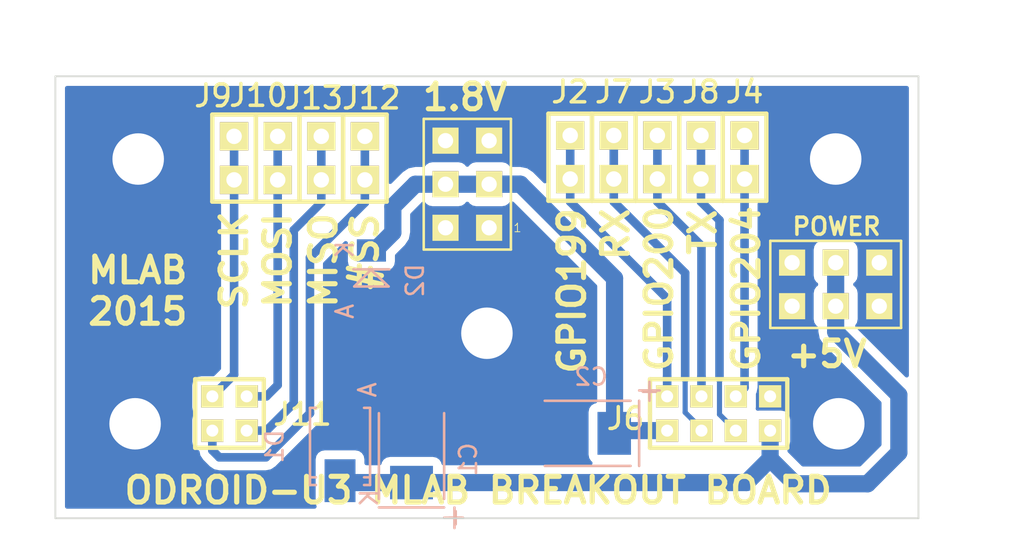
<source format=kicad_pcb>
(kicad_pcb (version 4) (host pcbnew 0.201503110816+5502~22~ubuntu14.10.1-product)

  (general
    (links 43)
    (no_connects 0)
    (area 104.4448 30.8356 164.109401 63.017401)
    (thickness 1.6)
    (drawings 18)
    (tracks 76)
    (zones 0)
    (modules 22)
    (nets 13)
  )

  (page A4)
  (layers
    (0 F.Cu signal)
    (31 B.Cu signal)
    (32 B.Adhes user)
    (33 F.Adhes user)
    (34 B.Paste user)
    (35 F.Paste user)
    (36 B.SilkS user)
    (37 F.SilkS user)
    (38 B.Mask user)
    (39 F.Mask user)
    (40 Dwgs.User user)
    (41 Cmts.User user)
    (42 Eco1.User user)
    (43 Eco2.User user)
    (44 Edge.Cuts user)
    (45 Margin user)
    (46 B.CrtYd user)
    (47 F.CrtYd user)
    (48 B.Fab user)
    (49 F.Fab user)
  )

  (setup
    (last_trace_width 0.3)
    (user_trace_width 0.2)
    (user_trace_width 0.3)
    (user_trace_width 0.4)
    (user_trace_width 0.5)
    (user_trace_width 0.6)
    (user_trace_width 0.8)
    (user_trace_width 1)
    (trace_clearance 0.15)
    (zone_clearance 0.508)
    (zone_45_only no)
    (trace_min 0.2)
    (segment_width 0.2)
    (edge_width 0.1)
    (via_size 0.889)
    (via_drill 0.635)
    (via_min_size 0.889)
    (via_min_drill 0.508)
    (uvia_size 0.508)
    (uvia_drill 0.127)
    (uvias_allowed no)
    (uvia_min_size 0.508)
    (uvia_min_drill 0.127)
    (pcb_text_width 0.3)
    (pcb_text_size 1.5 1.5)
    (mod_edge_width 0.15)
    (mod_text_size 1 1)
    (mod_text_width 0.15)
    (pad_size 4 4)
    (pad_drill 3)
    (pad_to_mask_clearance 0)
    (aux_axis_origin 102.3366 65.7098)
    (grid_origin 102.3366 65.7098)
    (visible_elements 7FFFFF7F)
    (pcbplotparams
      (layerselection 0x01060_80000000)
      (usegerberextensions false)
      (excludeedgelayer true)
      (linewidth 0.100000)
      (plotframeref false)
      (viasonmask false)
      (mode 1)
      (useauxorigin false)
      (hpglpennumber 1)
      (hpglpenspeed 20)
      (hpglpendiameter 15)
      (hpglpenoverlay 2)
      (psnegative false)
      (psa4output false)
      (plotreference true)
      (plotvalue true)
      (plotinvisibletext false)
      (padsonsilk false)
      (subtractmaskfromsilk false)
      (outputformat 1)
      (mirror false)
      (drillshape 0)
      (scaleselection 1)
      (outputdirectory ../CAM_PROFI/))
  )

  (net 0 "")
  (net 1 GND)
  (net 2 +5V)
  (net 3 +1.8V)
  (net 4 /GPIO199)
  (net 5 /GPIO200)
  (net 6 /GPIO204)
  (net 7 /UART_TX)
  (net 8 /UART_RX)
  (net 9 /SCLK)
  (net 10 /MISO)
  (net 11 "Net-(J10-Pad1)")
  (net 12 "Net-(J11-Pad3)")

  (net_class Default "Toto je výchozí třída sítě."
    (clearance 0.15)
    (trace_width 0.3)
    (via_dia 0.889)
    (via_drill 0.635)
    (uvia_dia 0.508)
    (uvia_drill 0.127)
    (add_net /GPIO199)
    (add_net /GPIO200)
    (add_net /GPIO204)
    (add_net /MISO)
    (add_net /SCLK)
    (add_net /UART_RX)
    (add_net /UART_TX)
    (add_net "Net-(J10-Pad1)")
    (add_net "Net-(J11-Pad3)")
  )

  (net_class Power ""
    (clearance 0.3)
    (trace_width 0.5)
    (via_dia 0.889)
    (via_drill 0.635)
    (uvia_dia 0.508)
    (uvia_drill 0.127)
    (add_net +1.8V)
    (add_net +5V)
    (add_net GND)
  )

  (module MLAB_hreb:2mm_Pin_Header_Straight_2x04 (layer F.Cu) (tedit 55007440) (tstamp 55015AF1)
    (at 146.3166 54.9498 90)
    (descr "1 pin")
    (tags "CONN DEV")
    (path /5485F8D0)
    (fp_text reference J6 (at -0.2952 -5.4228 180) (layer F.SilkS)
      (effects (font (size 1.27 1.27) (thickness 0.2032)))
    )
    (fp_text value IOS_PORT_#1 (at 0 5.334 90) (layer F.SilkS) hide
      (effects (font (size 1.27 1.27) (thickness 0.2032)))
    )
    (fp_line (start -2 -4) (end 0 -4) (layer F.SilkS) (width 0.254))
    (fp_line (start 0 4) (end 2 4) (layer F.SilkS) (width 0.254))
    (fp_line (start 2 4) (end 2 -4) (layer F.SilkS) (width 0.254))
    (fp_line (start 0 -4) (end 2 -4) (layer F.SilkS) (width 0.254))
    (fp_line (start -2 4) (end -2 -4) (layer F.SilkS) (width 0.254))
    (fp_line (start -2 4) (end 0 4) (layer F.SilkS) (width 0.254))
    (pad 1 thru_hole rect (at -1 -3 90) (size 1.3 1.3) (drill 0.7) (layers *.Cu *.Mask F.SilkS)
      (net 3 +1.8V))
    (pad 2 thru_hole rect (at 1 -3 90) (size 1.3 1.3) (drill 0.7) (layers *.Cu *.Mask F.SilkS)
      (net 4 /GPIO199))
    (pad 3 thru_hole rect (at -1 -1 90) (size 1.3 1.3) (drill 0.7) (layers *.Cu *.Mask F.SilkS)
      (net 8 /UART_RX))
    (pad 4 thru_hole rect (at 1 -1 90) (size 1.3 1.3) (drill 0.7) (layers *.Cu *.Mask F.SilkS)
      (net 5 /GPIO200))
    (pad 5 thru_hole rect (at -1 1 90) (size 1.3 1.3) (drill 0.7) (layers *.Cu *.Mask F.SilkS)
      (net 7 /UART_TX))
    (pad 6 thru_hole rect (at 1 1 90) (size 1.3 1.3) (drill 0.7) (layers *.Cu *.Mask F.SilkS)
      (net 6 /GPIO204))
    (pad 7 thru_hole rect (at -1 3 90) (size 1.3 1.3) (drill 0.7) (layers *.Cu *.Mask F.SilkS)
      (net 2 +5V))
    (pad 8 thru_hole rect (at 1 3 90) (size 1.3 1.3) (drill 0.7) (layers *.Cu *.Mask F.SilkS)
      (net 1 GND))
    (model Pin_Headers/Pin_Header_Straight_2x04.wrl
      (at (xyz 0 0 0))
      (scale (xyz 0.7874 0.7874 0.7874))
      (rotate (xyz 0 0 90))
    )
  )

  (module Capacitors_Tantalum_SMD:TantalC_SizeB_EIA-3528_Reflow (layer B.Cu) (tedit 55005C2F) (tstamp 5500FA8F)
    (at 138.684 56.1086 180)
    (descr "Tantal Cap. , Size B, EIA-3528, Reflow,")
    (tags "Tantal Cap. , Size B, EIA-3528, Reflow,")
    (path /548601CE)
    (attr smd)
    (fp_text reference C2 (at -0.20066 3.29946 180) (layer B.SilkS)
      (effects (font (size 1 1) (thickness 0.15)) (justify mirror))
    )
    (fp_text value 10uF (at -0.09906 -3.59918 180) (layer B.SilkS) hide
      (effects (font (size 1 1) (thickness 0.15)) (justify mirror))
    )
    (fp_text user + (at -3.59918 2.49936 180) (layer B.SilkS)
      (effects (font (size 1 1) (thickness 0.15)) (justify mirror))
    )
    (fp_line (start -2.99974 1.89992) (end -2.99974 -1.89992) (layer B.SilkS) (width 0.15))
    (fp_line (start 2.49936 1.89992) (end -2.49936 1.89992) (layer B.SilkS) (width 0.15))
    (fp_line (start 2.49682 -1.89992) (end -2.5019 -1.89992) (layer B.SilkS) (width 0.15))
    (fp_line (start -3.60172 3.00228) (end -3.60172 1.90246) (layer B.SilkS) (width 0.15))
    (fp_line (start -4.20116 2.5019) (end -3.00228 2.5019) (layer B.SilkS) (width 0.15))
    (pad 2 smd rect (at 1.5494 0 180) (size 1.95072 2.49936) (layers B.Cu B.Paste B.Mask)
      (net 1 GND))
    (pad 1 smd rect (at -1.5494 0 180) (size 1.95072 2.49936) (layers B.Cu B.Paste B.Mask)
      (net 3 +1.8V))
    (model Capacitors_Tantalum_SMD/TantalC_SizeB_EIA-3528_Reflow.wrl
      (at (xyz 0 0 0))
      (scale (xyz 1 1 1))
      (rotate (xyz 0 0 180))
    )
  )

  (module MLAB_hreb:Pin_Header_Straight_2x01 placed (layer F.Cu) (tedit 5472F1F7) (tstamp 54896E7D)
    (at 137.668 40.005)
    (descr "1 pin")
    (tags "CONN DEV")
    (path /5486108C)
    (fp_text reference J2 (at 0 -3.81) (layer F.SilkS)
      (effects (font (size 1.27 1.27) (thickness 0.2032)))
    )
    (fp_text value GPIO199 (at 0 0) (layer F.SilkS) hide
      (effects (font (size 1.27 1.27) (thickness 0.2032)))
    )
    (fp_line (start -1.27 -2.54) (end 1.27 -2.54) (layer F.SilkS) (width 0.254))
    (fp_line (start 1.27 -2.54) (end 1.27 2.54) (layer F.SilkS) (width 0.254))
    (fp_line (start 1.27 2.54) (end -1.27 2.54) (layer F.SilkS) (width 0.254))
    (fp_line (start -1.27 2.54) (end -1.27 -2.54) (layer F.SilkS) (width 0.254))
    (pad 2 thru_hole rect (at 0 1.27) (size 1.651 1.651) (drill 0.9) (layers *.Cu *.Mask F.SilkS)
      (net 4 /GPIO199))
    (pad 1 thru_hole rect (at 0 -1.27) (size 1.651 1.651) (drill 0.9) (layers *.Cu *.Mask F.SilkS)
      (net 4 /GPIO199))
    (model Pin_Headers/Pin_Header_Straight_2x01.wrl
      (at (xyz 0 0 0))
      (scale (xyz 1 1 1))
      (rotate (xyz 0 0 0))
    )
  )

  (module MLAB_hreb:Pin_Header_Straight_2x01 placed (layer F.Cu) (tedit 5472F1F7) (tstamp 54896E93)
    (at 142.748 40.005)
    (descr "1 pin")
    (tags "CONN DEV")
    (path /54861113)
    (fp_text reference J3 (at 0 -3.81) (layer F.SilkS)
      (effects (font (size 1.27 1.27) (thickness 0.2032)))
    )
    (fp_text value GPIO200 (at 0 0) (layer F.SilkS) hide
      (effects (font (size 1.27 1.27) (thickness 0.2032)))
    )
    (fp_line (start -1.27 -2.54) (end 1.27 -2.54) (layer F.SilkS) (width 0.254))
    (fp_line (start 1.27 -2.54) (end 1.27 2.54) (layer F.SilkS) (width 0.254))
    (fp_line (start 1.27 2.54) (end -1.27 2.54) (layer F.SilkS) (width 0.254))
    (fp_line (start -1.27 2.54) (end -1.27 -2.54) (layer F.SilkS) (width 0.254))
    (pad 2 thru_hole rect (at 0 1.27) (size 1.651 1.651) (drill 0.9) (layers *.Cu *.Mask F.SilkS)
      (net 5 /GPIO200))
    (pad 1 thru_hole rect (at 0 -1.27) (size 1.651 1.651) (drill 0.9) (layers *.Cu *.Mask F.SilkS)
      (net 5 /GPIO200))
    (model Pin_Headers/Pin_Header_Straight_2x01.wrl
      (at (xyz 0 0 0))
      (scale (xyz 1 1 1))
      (rotate (xyz 0 0 0))
    )
  )

  (module MLAB_hreb:Pin_Header_Straight_2x01 placed (layer F.Cu) (tedit 5472F1F7) (tstamp 54896E88)
    (at 147.828 40.005)
    (descr "1 pin")
    (tags "CONN DEV")
    (path /54861163)
    (fp_text reference J4 (at 0 -3.81) (layer F.SilkS)
      (effects (font (size 1.27 1.27) (thickness 0.2032)))
    )
    (fp_text value GPIO204 (at 0 0) (layer F.SilkS) hide
      (effects (font (size 1.27 1.27) (thickness 0.2032)))
    )
    (fp_line (start -1.27 -2.54) (end 1.27 -2.54) (layer F.SilkS) (width 0.254))
    (fp_line (start 1.27 -2.54) (end 1.27 2.54) (layer F.SilkS) (width 0.254))
    (fp_line (start 1.27 2.54) (end -1.27 2.54) (layer F.SilkS) (width 0.254))
    (fp_line (start -1.27 2.54) (end -1.27 -2.54) (layer F.SilkS) (width 0.254))
    (pad 2 thru_hole rect (at 0 1.27) (size 1.651 1.651) (drill 0.9) (layers *.Cu *.Mask F.SilkS)
      (net 6 /GPIO204))
    (pad 1 thru_hole rect (at 0 -1.27) (size 1.651 1.651) (drill 0.9) (layers *.Cu *.Mask F.SilkS)
      (net 6 /GPIO204))
    (model Pin_Headers/Pin_Header_Straight_2x01.wrl
      (at (xyz 0 0 0))
      (scale (xyz 1 1 1))
      (rotate (xyz 0 0 0))
    )
  )

  (module MLAB_hreb:Pin_Header_Straight_2x01 placed (layer F.Cu) (tedit 5472F1F7) (tstamp 54896E72)
    (at 140.208 40.005)
    (descr "1 pin")
    (tags "CONN DEV")
    (path /54861315)
    (fp_text reference J7 (at 0 -3.81) (layer F.SilkS)
      (effects (font (size 1.27 1.27) (thickness 0.2032)))
    )
    (fp_text value UART_RX (at 0 0) (layer F.SilkS) hide
      (effects (font (size 1.27 1.27) (thickness 0.2032)))
    )
    (fp_line (start -1.27 -2.54) (end 1.27 -2.54) (layer F.SilkS) (width 0.254))
    (fp_line (start 1.27 -2.54) (end 1.27 2.54) (layer F.SilkS) (width 0.254))
    (fp_line (start 1.27 2.54) (end -1.27 2.54) (layer F.SilkS) (width 0.254))
    (fp_line (start -1.27 2.54) (end -1.27 -2.54) (layer F.SilkS) (width 0.254))
    (pad 2 thru_hole rect (at 0 1.27) (size 1.651 1.651) (drill 0.9) (layers *.Cu *.Mask F.SilkS)
      (net 8 /UART_RX))
    (pad 1 thru_hole rect (at 0 -1.27) (size 1.651 1.651) (drill 0.9) (layers *.Cu *.Mask F.SilkS)
      (net 8 /UART_RX))
    (model Pin_Headers/Pin_Header_Straight_2x01.wrl
      (at (xyz 0 0 0))
      (scale (xyz 1 1 1))
      (rotate (xyz 0 0 0))
    )
  )

  (module MLAB_hreb:Pin_Header_Straight_2x01 placed (layer F.Cu) (tedit 5472F1F7) (tstamp 54874B71)
    (at 145.288 40.005)
    (descr "1 pin")
    (tags "CONN DEV")
    (path /5486130F)
    (fp_text reference J8 (at 0 -3.81) (layer F.SilkS)
      (effects (font (size 1.27 1.27) (thickness 0.2032)))
    )
    (fp_text value UART_TX (at 0 0) (layer F.SilkS) hide
      (effects (font (size 1.27 1.27) (thickness 0.2032)))
    )
    (fp_line (start -1.27 -2.54) (end 1.27 -2.54) (layer F.SilkS) (width 0.254))
    (fp_line (start 1.27 -2.54) (end 1.27 2.54) (layer F.SilkS) (width 0.254))
    (fp_line (start 1.27 2.54) (end -1.27 2.54) (layer F.SilkS) (width 0.254))
    (fp_line (start -1.27 2.54) (end -1.27 -2.54) (layer F.SilkS) (width 0.254))
    (pad 2 thru_hole rect (at 0 1.27) (size 1.651 1.651) (drill 0.9) (layers *.Cu *.Mask F.SilkS)
      (net 7 /UART_TX))
    (pad 1 thru_hole rect (at 0 -1.27) (size 1.651 1.651) (drill 0.9) (layers *.Cu *.Mask F.SilkS)
      (net 7 /UART_TX))
    (model Pin_Headers/Pin_Header_Straight_2x01.wrl
      (at (xyz 0 0 0))
      (scale (xyz 1 1 1))
      (rotate (xyz 0 0 0))
    )
  )

  (module MLAB_hreb:Pin_Header_Straight_2x01 placed (layer F.Cu) (tedit 55007496) (tstamp 54874ADA)
    (at 118.0846 40.0558)
    (descr "1 pin")
    (tags "CONN DEV")
    (path /5486082B)
    (fp_text reference J9 (at -1.2192 -3.6322) (layer F.SilkS)
      (effects (font (size 1.27 1.27) (thickness 0.2032)))
    )
    (fp_text value SCLK (at 0 0) (layer F.SilkS) hide
      (effects (font (size 1.27 1.27) (thickness 0.2032)))
    )
    (fp_line (start -1.27 -2.54) (end 1.27 -2.54) (layer F.SilkS) (width 0.254))
    (fp_line (start 1.27 -2.54) (end 1.27 2.54) (layer F.SilkS) (width 0.254))
    (fp_line (start 1.27 2.54) (end -1.27 2.54) (layer F.SilkS) (width 0.254))
    (fp_line (start -1.27 2.54) (end -1.27 -2.54) (layer F.SilkS) (width 0.254))
    (pad 2 thru_hole rect (at 0 1.27) (size 1.651 1.651) (drill 0.9) (layers *.Cu *.Mask F.SilkS)
      (net 9 /SCLK))
    (pad 1 thru_hole rect (at 0 -1.27) (size 1.651 1.651) (drill 0.9) (layers *.Cu *.Mask F.SilkS)
      (net 9 /SCLK))
    (model Pin_Headers/Pin_Header_Straight_2x01.wrl
      (at (xyz 0 0 0))
      (scale (xyz 1 1 1))
      (rotate (xyz 0 0 0))
    )
  )

  (module MLAB_hreb:Pin_Header_Straight_2x01 placed (layer F.Cu) (tedit 550074A7) (tstamp 54871250)
    (at 120.6246 40.0558)
    (descr "1 pin")
    (tags "CONN DEV")
    (path /54860825)
    (fp_text reference J10 (at -1.1176 -3.6576) (layer F.SilkS)
      (effects (font (size 1.27 1.27) (thickness 0.2032)))
    )
    (fp_text value MOSI (at 0 0) (layer F.SilkS) hide
      (effects (font (size 1.27 1.27) (thickness 0.2032)))
    )
    (fp_line (start -1.27 -2.54) (end 1.27 -2.54) (layer F.SilkS) (width 0.254))
    (fp_line (start 1.27 -2.54) (end 1.27 2.54) (layer F.SilkS) (width 0.254))
    (fp_line (start 1.27 2.54) (end -1.27 2.54) (layer F.SilkS) (width 0.254))
    (fp_line (start -1.27 2.54) (end -1.27 -2.54) (layer F.SilkS) (width 0.254))
    (pad 2 thru_hole rect (at 0 1.27) (size 1.651 1.651) (drill 0.9) (layers *.Cu *.Mask F.SilkS)
      (net 11 "Net-(J10-Pad1)"))
    (pad 1 thru_hole rect (at 0 -1.27) (size 1.651 1.651) (drill 0.9) (layers *.Cu *.Mask F.SilkS)
      (net 11 "Net-(J10-Pad1)"))
    (model Pin_Headers/Pin_Header_Straight_2x01.wrl
      (at (xyz 0 0 0))
      (scale (xyz 1 1 1))
      (rotate (xyz 0 0 0))
    )
  )

  (module MLAB_hreb:2mm_Pin_Header_Straight_2x02 (layer F.Cu) (tedit 550074DF) (tstamp 5487125E)
    (at 117.8166 54.9498)
    (descr "1 pin")
    (tags "CONN DEV")
    (path /5485F97F)
    (fp_text reference J11 (at 4.2558 0.0412) (layer F.SilkS)
      (effects (font (size 1.27 1.27) (thickness 0.2032)))
    )
    (fp_text value IO_PORT_#2 (at 0 3.302) (layer F.SilkS) hide
      (effects (font (size 1.27 1.27) (thickness 0.2032)))
    )
    (fp_line (start -2 -2) (end 0 -2) (layer F.SilkS) (width 0.254))
    (fp_line (start 0 2) (end 2 2) (layer F.SilkS) (width 0.254))
    (fp_line (start 2 2) (end 2 -2) (layer F.SilkS) (width 0.254))
    (fp_line (start 0 -2) (end 2 -2) (layer F.SilkS) (width 0.254))
    (fp_line (start -2 2) (end -2 -2) (layer F.SilkS) (width 0.254))
    (fp_line (start -2 2) (end 0 2) (layer F.SilkS) (width 0.254))
    (pad 1 thru_hole rect (at -1 -1) (size 1.3 1.3) (drill 0.7) (layers *.Cu *.Mask F.SilkS)
      (net 9 /SCLK))
    (pad 2 thru_hole rect (at 1 -1) (size 1.3 1.3) (drill 0.7) (layers *.Cu *.Mask F.SilkS)
      (net 11 "Net-(J10-Pad1)"))
    (pad 3 thru_hole rect (at -1 1) (size 1.3 1.3) (drill 0.7) (layers *.Cu *.Mask F.SilkS)
      (net 12 "Net-(J11-Pad3)"))
    (pad 4 thru_hole rect (at 1 1) (size 1.3 1.3) (drill 0.7) (layers *.Cu *.Mask F.SilkS)
      (net 10 /MISO))
    (model Pin_Headers/Pin_Header_Straight_2x02.wrl
      (at (xyz 0 0 0))
      (scale (xyz 0.7874 0.7874 0.7874))
      (rotate (xyz 0 0 0))
    )
  )

  (module MLAB_hreb:Pin_Header_Straight_2x01 placed (layer F.Cu) (tedit 550074AC) (tstamp 54871268)
    (at 125.7046 40.0558)
    (descr "1 pin")
    (tags "CONN DEV")
    (path /54860610)
    (fp_text reference J12 (at 0.381 -3.5052) (layer F.SilkS)
      (effects (font (size 1.27 1.27) (thickness 0.2032)))
    )
    (fp_text value "#SS" (at 0 0) (layer F.SilkS) hide
      (effects (font (size 1.27 1.27) (thickness 0.2032)))
    )
    (fp_line (start -1.27 -2.54) (end 1.27 -2.54) (layer F.SilkS) (width 0.254))
    (fp_line (start 1.27 -2.54) (end 1.27 2.54) (layer F.SilkS) (width 0.254))
    (fp_line (start 1.27 2.54) (end -1.27 2.54) (layer F.SilkS) (width 0.254))
    (fp_line (start -1.27 2.54) (end -1.27 -2.54) (layer F.SilkS) (width 0.254))
    (pad 2 thru_hole rect (at 0 1.27) (size 1.651 1.651) (drill 0.9) (layers *.Cu *.Mask F.SilkS)
      (net 12 "Net-(J11-Pad3)"))
    (pad 1 thru_hole rect (at 0 -1.27) (size 1.651 1.651) (drill 0.9) (layers *.Cu *.Mask F.SilkS)
      (net 12 "Net-(J11-Pad3)"))
    (model Pin_Headers/Pin_Header_Straight_2x01.wrl
      (at (xyz 0 0 0))
      (scale (xyz 1 1 1))
      (rotate (xyz 0 0 0))
    )
  )

  (module MLAB_hreb:Pin_Header_Straight_2x01 placed (layer F.Cu) (tedit 550074AA) (tstamp 54871272)
    (at 123.1646 40.0558)
    (descr "1 pin")
    (tags "CONN DEV")
    (path /54860710)
    (fp_text reference J13 (at -0.4318 -3.5052) (layer F.SilkS)
      (effects (font (size 1.27 1.27) (thickness 0.2032)))
    )
    (fp_text value MISO (at 0 0) (layer F.SilkS) hide
      (effects (font (size 1.27 1.27) (thickness 0.2032)))
    )
    (fp_line (start -1.27 -2.54) (end 1.27 -2.54) (layer F.SilkS) (width 0.254))
    (fp_line (start 1.27 -2.54) (end 1.27 2.54) (layer F.SilkS) (width 0.254))
    (fp_line (start 1.27 2.54) (end -1.27 2.54) (layer F.SilkS) (width 0.254))
    (fp_line (start -1.27 2.54) (end -1.27 -2.54) (layer F.SilkS) (width 0.254))
    (pad 2 thru_hole rect (at 0 1.27) (size 1.651 1.651) (drill 0.9) (layers *.Cu *.Mask F.SilkS)
      (net 10 /MISO))
    (pad 1 thru_hole rect (at 0 -1.27) (size 1.651 1.651) (drill 0.9) (layers *.Cu *.Mask F.SilkS)
      (net 10 /MISO))
    (model Pin_Headers/Pin_Header_Straight_2x01.wrl
      (at (xyz 0 0 0))
      (scale (xyz 1 1 1))
      (rotate (xyz 0 0 0))
    )
  )

  (module MLAB_dira:MountingHole_3mm placed (layer F.Cu) (tedit 55007470) (tstamp 54871277)
    (at 153.1366 40.1098)
    (descr "Mounting hole, Befestigungsbohrung, 3mm, No Annular, Kein Restring,")
    (tags "Mounting hole, Befestigungsbohrung, 3mm, No Annular, Kein Restring,")
    (path /54862BF8)
    (fp_text reference J14 (at 0 0) (layer F.SilkS) hide
      (effects (font (thickness 0.15)))
    )
    (fp_text value M3 (at 1 5) (layer F.SilkS) hide
      (effects (font (thickness 0.15)))
    )
    (fp_circle (center 0 0) (end 2 0) (layer Cmts.User) (width 0.15))
    (pad 1 thru_hole circle (at 0 0) (size 6 6) (drill 3) (layers *.Cu *.Adhes *.Mask)
      (net 1 GND) (clearance 1) (zone_connect 2))
  )

  (module MLAB_dira:MountingHole_3mm placed (layer F.Cu) (tedit 5500745C) (tstamp 5487127C)
    (at 112.4966 40.1098)
    (descr "Mounting hole, Befestigungsbohrung, 3mm, No Annular, Kein Restring,")
    (tags "Mounting hole, Befestigungsbohrung, 3mm, No Annular, Kein Restring,")
    (path /54862A8F)
    (fp_text reference J15 (at 0 0) (layer F.SilkS) hide
      (effects (font (thickness 0.15)))
    )
    (fp_text value M3 (at 1 5) (layer F.SilkS) hide
      (effects (font (thickness 0.15)))
    )
    (fp_circle (center 0 0) (end 2 0) (layer Cmts.User) (width 0.15))
    (pad 1 thru_hole circle (at 0 0) (size 6 6) (drill 3) (layers *.Cu *.Adhes *.Mask)
      (net 1 GND) (clearance 1) (zone_connect 2))
  )

  (module MLAB_dira:MountingHole_3mm placed (layer F.Cu) (tedit 55007468) (tstamp 54871281)
    (at 153.3166 55.5498)
    (descr "Mounting hole, Befestigungsbohrung, 3mm, No Annular, Kein Restring,")
    (tags "Mounting hole, Befestigungsbohrung, 3mm, No Annular, Kein Restring,")
    (path /54862E35)
    (fp_text reference J16 (at 0 0) (layer F.SilkS) hide
      (effects (font (thickness 0.15)))
    )
    (fp_text value M3 (at 1 5) (layer F.SilkS) hide
      (effects (font (thickness 0.15)))
    )
    (fp_circle (center 0 0) (end 2 0) (layer Cmts.User) (width 0.15))
    (pad 1 thru_hole circle (at 0 0) (size 4 4) (drill 3) (layers *.Cu *.Adhes *.Mask)
      (net 1 GND) (clearance 1) (zone_connect 2))
  )

  (module MLAB_dira:MountingHole_3mm placed (layer F.Cu) (tedit 55007453) (tstamp 54871286)
    (at 112.3166 55.5498)
    (descr "Mounting hole, Befestigungsbohrung, 3mm, No Annular, Kein Restring,")
    (tags "Mounting hole, Befestigungsbohrung, 3mm, No Annular, Kein Restring,")
    (path /54862E8B)
    (fp_text reference J17 (at 0 0) (layer F.SilkS) hide
      (effects (font (thickness 0.15)))
    )
    (fp_text value M3 (at 1 5) (layer F.SilkS) hide
      (effects (font (thickness 0.15)))
    )
    (fp_circle (center 0 0) (end 2 0) (layer Cmts.User) (width 0.15))
    (pad 1 thru_hole circle (at 0 0) (size 4 4) (drill 3) (layers *.Cu *.Adhes *.Mask)
      (net 1 GND) (clearance 1) (zone_connect 2))
  )

  (module MLAB_dira:MountingHole_3mm placed (layer F.Cu) (tedit 5500748A) (tstamp 5487128B)
    (at 132.8166 50.2698)
    (descr "Mounting hole, Befestigungsbohrung, 3mm, No Annular, Kein Restring,")
    (tags "Mounting hole, Befestigungsbohrung, 3mm, No Annular, Kein Restring,")
    (path /54862E2F)
    (fp_text reference J18 (at 0 0) (layer F.SilkS) hide
      (effects (font (thickness 0.15)))
    )
    (fp_text value M3 (at 1 5) (layer F.SilkS) hide
      (effects (font (thickness 0.15)))
    )
    (fp_circle (center 0 0) (end 2 0) (layer Cmts.User) (width 0.15))
    (pad 1 thru_hole circle (at 0 0) (size 6 6) (drill 3) (layers *.Cu *.Adhes *.Mask)
      (net 1 GND) (clearance 1) (zone_connect 2))
  )

  (module Diodes_SMD:Diode-SMA_Standard (layer B.Cu) (tedit 5403E41A) (tstamp 5500F136)
    (at 124.2568 56.8706 270)
    (descr "Diode SMA")
    (tags "Diode SMA")
    (path /5485FEF7)
    (attr smd)
    (fp_text reference D1 (at 0 3.81 270) (layer B.SilkS)
      (effects (font (size 1 1) (thickness 0.15)) (justify mirror))
    )
    (fp_text value BAS85 (at 0 -3.81 270) (layer B.SilkS) hide
      (effects (font (size 1 1) (thickness 0.15)) (justify mirror))
    )
    (fp_text user A (at -3.29946 -1.6002 270) (layer B.SilkS)
      (effects (font (size 1 1) (thickness 0.15)) (justify mirror))
    )
    (fp_text user K (at 2.99974 -1.69926 270) (layer B.SilkS)
      (effects (font (size 1 1) (thickness 0.15)) (justify mirror))
    )
    (fp_circle (center 0 0) (end 0.20066 0.0508) (layer B.Adhes) (width 0.381))
    (fp_line (start 1.80086 -1.75006) (end 1.80086 -1.39954) (layer B.SilkS) (width 0.15))
    (fp_line (start 1.80086 1.75006) (end 1.80086 1.39954) (layer B.SilkS) (width 0.15))
    (fp_line (start 2.25044 -1.75006) (end 2.25044 -1.39954) (layer B.SilkS) (width 0.15))
    (fp_line (start -2.25044 -1.75006) (end -2.25044 -1.39954) (layer B.SilkS) (width 0.15))
    (fp_line (start -2.25044 1.75006) (end -2.25044 1.39954) (layer B.SilkS) (width 0.15))
    (fp_line (start 2.25044 1.75006) (end 2.25044 1.39954) (layer B.SilkS) (width 0.15))
    (fp_line (start -2.25044 -1.75006) (end 2.25044 -1.75006) (layer B.SilkS) (width 0.15))
    (fp_line (start -2.25044 1.75006) (end 2.25044 1.75006) (layer B.SilkS) (width 0.15))
    (pad 1 smd rect (at -1.99898 0 270) (size 2.49936 1.80086) (layers B.Cu B.Paste B.Mask)
      (net 1 GND))
    (pad 2 smd rect (at 1.99898 0 270) (size 2.49936 1.80086) (layers B.Cu B.Paste B.Mask)
      (net 2 +5V))
    (model Diodes_SMD/Diode-SMA_Standard.wrl
      (at (xyz 0 0 0))
      (scale (xyz 0.3937 0.3937 0.3937))
      (rotate (xyz 0 0 0))
    )
  )

  (module Diodes_SMD:Diode-MiniMELF_Standard (layer B.Cu) (tedit 55005B0E) (tstamp 55015ACE)
    (at 126.0856 47.1932 90)
    (descr "Diode Mini-MELF Standard")
    (tags "Diode Mini-MELF Standard")
    (path /548601BC)
    (attr smd)
    (fp_text reference D2 (at 0 2.54 90) (layer B.SilkS)
      (effects (font (size 1 1) (thickness 0.15)) (justify mirror))
    )
    (fp_text value BAS85 (at 0 -3.81 90) (layer B.SilkS) hide
      (effects (font (size 1 1) (thickness 0.15)) (justify mirror))
    )
    (fp_line (start 0.65024 -0.0508) (end -0.35052 1.00076) (layer B.SilkS) (width 0.15))
    (fp_line (start -0.35052 1.00076) (end -0.35052 -1.00076) (layer B.SilkS) (width 0.15))
    (fp_line (start -0.35052 -1.00076) (end 0.65024 0) (layer B.SilkS) (width 0.15))
    (fp_line (start 0.65024 1.04902) (end 0.65024 -1.04902) (layer B.SilkS) (width 0.15))
    (fp_text user A (at -1.80086 -1.5494 90) (layer B.SilkS)
      (effects (font (size 1 1) (thickness 0.15)) (justify mirror))
    )
    (fp_text user K (at 1.80086 -1.5494 90) (layer B.SilkS)
      (effects (font (size 1 1) (thickness 0.15)) (justify mirror))
    )
    (fp_circle (center 0 0) (end 0 -0.55118) (layer B.Adhes) (width 0.381))
    (fp_circle (center 0 0) (end 0 -0.20066) (layer B.Adhes) (width 0.381))
    (pad 1 smd rect (at -1.75006 0 90) (size 1.30048 1.69926) (layers B.Cu B.Paste B.Mask)
      (net 1 GND))
    (pad 2 smd rect (at 1.75006 0 90) (size 1.30048 1.69926) (layers B.Cu B.Paste B.Mask)
      (net 3 +1.8V))
    (model Diodes_SMD/Diode-MiniMELF_Standard.wrl
      (at (xyz 0 0 0))
      (scale (xyz 0.3937 0.3937 0.3937))
      (rotate (xyz 0 0 0))
    )
  )

  (module Capacitors_Tantalum_SMD:TantalC_SizeB_EIA-3528_Reflow (layer B.Cu) (tedit 55005C2F) (tstamp 5500FA5D)
    (at 128.4224 57.4294 90)
    (descr "Tantal Cap. , Size B, EIA-3528, Reflow,")
    (tags "Tantal Cap. , Size B, EIA-3528, Reflow,")
    (path /5485FFA7)
    (attr smd)
    (fp_text reference C1 (at -0.20066 3.29946 90) (layer B.SilkS)
      (effects (font (size 1 1) (thickness 0.15)) (justify mirror))
    )
    (fp_text value 10uF (at -0.09906 -3.59918 90) (layer B.SilkS) hide
      (effects (font (size 1 1) (thickness 0.15)) (justify mirror))
    )
    (fp_text user + (at -3.59918 2.49936 90) (layer B.SilkS)
      (effects (font (size 1 1) (thickness 0.15)) (justify mirror))
    )
    (fp_line (start -2.99974 1.89992) (end -2.99974 -1.89992) (layer B.SilkS) (width 0.15))
    (fp_line (start 2.49936 1.89992) (end -2.49936 1.89992) (layer B.SilkS) (width 0.15))
    (fp_line (start 2.49682 -1.89992) (end -2.5019 -1.89992) (layer B.SilkS) (width 0.15))
    (fp_line (start -3.60172 3.00228) (end -3.60172 1.90246) (layer B.SilkS) (width 0.15))
    (fp_line (start -4.20116 2.5019) (end -3.00228 2.5019) (layer B.SilkS) (width 0.15))
    (pad 2 smd rect (at 1.5494 0 90) (size 1.95072 2.49936) (layers B.Cu B.Paste B.Mask)
      (net 1 GND))
    (pad 1 smd rect (at -1.5494 0 90) (size 1.95072 2.49936) (layers B.Cu B.Paste B.Mask)
      (net 2 +5V))
    (model Capacitors_Tantalum_SMD/TantalC_SizeB_EIA-3528_Reflow.wrl
      (at (xyz 0 0 0))
      (scale (xyz 1 1 1))
      (rotate (xyz 0 0 180))
    )
  )

  (module Mlab_Pin_Headers:Straight_2x03 (layer F.Cu) (tedit 55007572) (tstamp 55015A75)
    (at 153.1366 47.4218 270)
    (descr "pin header straight 2x03")
    (tags "pin header straight 2x03")
    (path /5485F9FC)
    (fp_text reference J1 (at 0 -5.08 270) (layer F.SilkS) hide
      (effects (font (size 1.5 1.5) (thickness 0.15)))
    )
    (fp_text value "5V POWER" (at 0 5.08 270) (layer F.SilkS) hide
      (effects (font (size 1.5 1.5) (thickness 0.15)))
    )
    (fp_text user 1 (at -2.921 -2.54 270) (layer F.SilkS) hide
      (effects (font (size 0.5 0.5) (thickness 0.05)))
    )
    (fp_line (start -2.54 -3.81) (end 2.54 -3.81) (layer F.SilkS) (width 0.15))
    (fp_line (start 2.54 -3.81) (end 2.54 3.81) (layer F.SilkS) (width 0.15))
    (fp_line (start 2.54 3.81) (end -2.54 3.81) (layer F.SilkS) (width 0.15))
    (fp_line (start -2.54 3.81) (end -2.54 -3.81) (layer F.SilkS) (width 0.15))
    (pad 1 thru_hole rect (at -1.27 -2.54 270) (size 1.524 1.524) (drill 0.889) (layers *.Cu *.Mask F.SilkS)
      (net 1 GND))
    (pad 2 thru_hole rect (at 1.27 -2.54 270) (size 1.524 1.524) (drill 0.889) (layers *.Cu *.Mask F.SilkS)
      (net 1 GND))
    (pad 3 thru_hole rect (at -1.27 0 270) (size 1.524 1.524) (drill 0.889) (layers *.Cu *.Mask F.SilkS)
      (net 2 +5V))
    (pad 4 thru_hole rect (at 1.27 0 270) (size 1.524 1.524) (drill 0.889) (layers *.Cu *.Mask F.SilkS)
      (net 2 +5V))
    (pad 5 thru_hole rect (at -1.27 2.54 270) (size 1.524 1.524) (drill 0.889) (layers *.Cu *.Mask F.SilkS)
      (net 1 GND))
    (pad 6 thru_hole rect (at 1.27 2.54 270) (size 1.524 1.524) (drill 0.889) (layers *.Cu *.Mask F.SilkS)
      (net 1 GND))
    (model Pin_Headers/Pin_Header_Straight_2x03.wrl
      (at (xyz 0 0 0))
      (scale (xyz 1 1 1))
      (rotate (xyz 0 0 90))
    )
  )

  (module Mlab_Pin_Headers:Straight_2x03 (layer F.Cu) (tedit 550060C5) (tstamp 55015A83)
    (at 131.6736 41.5798 180)
    (descr "pin header straight 2x03")
    (tags "pin header straight 2x03")
    (path /548601AA)
    (fp_text reference J5 (at 0 -5.08 180) (layer F.SilkS) hide
      (effects (font (size 1.5 1.5) (thickness 0.15)))
    )
    (fp_text value "1,8V CPU Core" (at 0 5.08 180) (layer F.SilkS) hide
      (effects (font (size 1.5 1.5) (thickness 0.15)))
    )
    (fp_text user 1 (at -2.921 -2.54 180) (layer F.SilkS)
      (effects (font (size 0.5 0.5) (thickness 0.05)))
    )
    (fp_line (start -2.54 -3.81) (end 2.54 -3.81) (layer F.SilkS) (width 0.15))
    (fp_line (start 2.54 -3.81) (end 2.54 3.81) (layer F.SilkS) (width 0.15))
    (fp_line (start 2.54 3.81) (end -2.54 3.81) (layer F.SilkS) (width 0.15))
    (fp_line (start -2.54 3.81) (end -2.54 -3.81) (layer F.SilkS) (width 0.15))
    (pad 1 thru_hole rect (at -1.27 -2.54 180) (size 1.524 1.524) (drill 0.889) (layers *.Cu *.Mask F.SilkS)
      (net 1 GND))
    (pad 2 thru_hole rect (at 1.27 -2.54 180) (size 1.524 1.524) (drill 0.889) (layers *.Cu *.Mask F.SilkS)
      (net 1 GND))
    (pad 3 thru_hole rect (at -1.27 0 180) (size 1.524 1.524) (drill 0.889) (layers *.Cu *.Mask F.SilkS)
      (net 3 +1.8V))
    (pad 4 thru_hole rect (at 1.27 0 180) (size 1.524 1.524) (drill 0.889) (layers *.Cu *.Mask F.SilkS)
      (net 3 +1.8V))
    (pad 5 thru_hole rect (at -1.27 2.54 180) (size 1.524 1.524) (drill 0.889) (layers *.Cu *.Mask F.SilkS)
      (net 1 GND))
    (pad 6 thru_hole rect (at 1.27 2.54 180) (size 1.524 1.524) (drill 0.889) (layers *.Cu *.Mask F.SilkS)
      (net 1 GND))
    (model Pin_Headers/Pin_Header_Straight_2x03.wrl
      (at (xyz 0 0 0))
      (scale (xyz 1 1 1))
      (rotate (xyz 0 0 90))
    )
  )

  (gr_text GPIO200 (at 142.8496 47.6758 90) (layer F.SilkS)
    (effects (font (size 1.5 1.5) (thickness 0.3)))
  )
  (gr_text "ODROID-U3 MLAB BREAKOUT BOARD" (at 132.3086 59.436) (layer F.SilkS)
    (effects (font (size 1.5 1.5) (thickness 0.3)))
  )
  (gr_text "MLAB\n2015" (at 112.4712 47.8028) (layer F.SilkS)
    (effects (font (size 1.5 1.5) (thickness 0.3)))
  )
  (gr_text +5V (at 152.6286 51.4858) (layer F.SilkS)
    (effects (font (size 1.5 1.5) (thickness 0.3)))
  )
  (gr_text POWER (at 153.1874 44.0436) (layer F.SilkS) (tstamp 55007537)
    (effects (font (size 1 1) (thickness 0.2)))
  )
  (gr_text GPIO204 (at 147.9296 47.6758 90) (layer F.SilkS)
    (effects (font (size 1.5 1.5) (thickness 0.3)))
  )
  (gr_text TX (at 145.3896 44.3738 90) (layer F.SilkS)
    (effects (font (size 1.5 1.5) (thickness 0.3)))
  )
  (gr_text RX (at 140.3096 44.5008 90) (layer F.SilkS)
    (effects (font (size 1.5 1.5) (thickness 0.3)))
  )
  (gr_text GPIO199 (at 137.7696 47.8028 90) (layer F.SilkS)
    (effects (font (size 1.5 1.5) (thickness 0.3)))
  )
  (gr_text 1.8V (at 131.5466 36.4998) (layer F.SilkS)
    (effects (font (size 1.5 1.5) (thickness 0.3)))
  )
  (gr_text "#SS\n" (at 125.7046 45.5168 90) (layer F.SilkS)
    (effects (font (size 1.5 1.5) (thickness 0.3)))
  )
  (gr_text MISO (at 123.2916 46.0248 90) (layer F.SilkS)
    (effects (font (size 1.5 1.5) (thickness 0.3)))
  )
  (gr_text MOSI (at 120.6246 46.0248 90) (layer F.SilkS)
    (effects (font (size 1.5 1.5) (thickness 0.3)))
  )
  (gr_text SCLK (at 118.0846 46.0248 90) (layer F.SilkS)
    (effects (font (size 1.5 1.5) (thickness 0.3)))
  )
  (gr_line (start 107.6726 35.2858) (end 157.9606 35.2858) (angle 90) (layer Edge.Cuts) (width 0.1) (tstamp 54897BDF))
  (gr_line (start 157.9606 61.0616) (end 157.9606 35.2858) (angle 90) (layer Edge.Cuts) (width 0.1))
  (gr_line (start 107.6726 61.0616) (end 157.9606 61.0616) (angle 90) (layer Edge.Cuts) (width 0.1))
  (gr_line (start 107.6726 35.2858) (end 107.6726 61.0616) (angle 90) (layer Edge.Cuts) (width 0.1))

  (segment (start 149.3166 55.9498) (end 149.3166 57.5998) (width 1) (layer B.Cu) (net 2))
  (segment (start 149.3166 57.5998) (end 147.9376 58.9788) (width 1) (layer B.Cu) (net 2))
  (segment (start 147.9376 58.9788) (end 130.67208 58.9788) (width 1) (layer B.Cu) (net 2))
  (segment (start 130.67208 58.9788) (end 128.4224 58.9788) (width 1) (layer B.Cu) (net 2))
  (segment (start 156.816601 53.869799) (end 153.1366 50.189798) (width 1) (layer B.Cu) (net 2))
  (segment (start 149.3166 57.5998) (end 150.766601 59.049801) (width 1) (layer B.Cu) (net 2))
  (segment (start 156.816601 57.229801) (end 156.816601 53.869799) (width 1) (layer B.Cu) (net 2))
  (segment (start 150.766601 59.049801) (end 154.996601 59.049801) (width 1) (layer B.Cu) (net 2))
  (segment (start 154.996601 59.049801) (end 156.816601 57.229801) (width 1) (layer B.Cu) (net 2))
  (segment (start 153.1366 50.189798) (end 153.1366 48.6918) (width 1) (layer B.Cu) (net 2))
  (segment (start 149.2946 55.9718) (end 149.3166 55.9498) (width 1) (layer B.Cu) (net 2))
  (segment (start 153.1206 48.7078) (end 153.1366 48.6918) (width 1) (layer B.Cu) (net 2))
  (segment (start 153.1366 46.1518) (end 153.1366 48.6918) (width 1) (layer B.Cu) (net 2))
  (segment (start 124.36602 58.9788) (end 124.2568 58.86958) (width 1) (layer B.Cu) (net 2))
  (segment (start 128.4224 58.9788) (end 124.36602 58.9788) (width 1) (layer B.Cu) (net 2))
  (segment (start 140.2522 56.1594) (end 140.2522 47.0629) (width 1) (layer B.Cu) (net 3))
  (segment (start 143.3166 55.9498) (end 140.4618 55.9498) (width 1) (layer B.Cu) (net 3))
  (segment (start 140.4618 55.9498) (end 140.2522 56.1594) (width 1) (layer B.Cu) (net 3))
  (segment (start 140.2522 47.0629) (end 134.7691 41.5798) (width 1) (layer B.Cu) (net 3))
  (segment (start 134.7691 41.5798) (end 132.2291 41.5798) (width 1) (layer B.Cu) (net 3))
  (segment (start 132.2291 41.5798) (end 130.4036 41.5798) (width 1) (layer B.Cu) (net 3))
  (segment (start 134.7691 41.5798) (end 132.9436 41.5798) (width 1) (layer B.Cu) (net 3))
  (segment (start 126.28499 45.44314) (end 126.0856 45.44314) (width 1) (layer B.Cu) (net 3))
  (segment (start 128.6416 41.5798) (end 130.4036 41.5798) (width 1) (layer B.Cu) (net 3))
  (segment (start 127.334156 42.887244) (end 128.6416 41.5798) (width 1) (layer B.Cu) (net 3))
  (segment (start 127.334156 44.393974) (end 127.334156 42.887244) (width 1) (layer B.Cu) (net 3))
  (segment (start 127.334156 44.393974) (end 126.28499 45.44314) (width 1) (layer B.Cu) (net 3))
  (segment (start 137.668 42.6005) (end 143.3166 48.2491) (width 0.5) (layer B.Cu) (net 4))
  (segment (start 143.3166 52.7998) (end 143.3166 53.9498) (width 0.5) (layer B.Cu) (net 4))
  (segment (start 143.3166 48.2491) (end 143.3166 52.7998) (width 0.5) (layer B.Cu) (net 4))
  (segment (start 137.668 41.275) (end 137.668 42.6005) (width 0.5) (layer B.Cu) (net 4))
  (segment (start 137.668 38.735) (end 137.668 41.275) (width 0.5) (layer B.Cu) (net 4))
  (segment (start 142.748 41.275) (end 142.748 42.6005) (width 0.5) (layer B.Cu) (net 5))
  (segment (start 142.748 38.735) (end 142.748 41.275) (width 0.5) (layer B.Cu) (net 5))
  (segment (start 145.3166 45.1691) (end 145.3166 52.7998) (width 0.5) (layer B.Cu) (net 5))
  (segment (start 142.748 42.6005) (end 145.3166 45.1691) (width 0.5) (layer B.Cu) (net 5))
  (segment (start 145.3166 52.7998) (end 145.3166 53.9498) (width 0.5) (layer B.Cu) (net 5))
  (segment (start 147.828 38.735) (end 147.828 41.275) (width 0.5) (layer B.Cu) (net 6))
  (segment (start 147.828 41.275) (end 147.828 53.4384) (width 0.5) (layer B.Cu) (net 6))
  (segment (start 147.828 53.4384) (end 147.3166 53.9498) (width 0.5) (layer B.Cu) (net 6))
  (segment (start 147.3166 53.9498) (end 147.3166 53.7938) (width 0.4) (layer B.Cu) (net 6))
  (segment (start 147.3166 55.9498) (end 147.3136 55.9498) (width 0.3) (layer B.Cu) (net 7))
  (segment (start 147.3136 55.9498) (end 146.366599 55.002799) (width 0.3) (layer B.Cu) (net 7))
  (segment (start 146.366599 55.002799) (end 146.366599 52.899799) (width 0.3) (layer B.Cu) (net 7))
  (segment (start 146.366599 43.679099) (end 146.366599 52.899799) (width 0.5) (layer B.Cu) (net 7))
  (segment (start 145.288 42.6005) (end 146.366599 43.679099) (width 0.5) (layer B.Cu) (net 7))
  (segment (start 145.288 41.275) (end 145.288 42.6005) (width 0.5) (layer B.Cu) (net 7))
  (segment (start 145.288 38.735) (end 145.288 41.275) (width 0.5) (layer B.Cu) (net 7))
  (segment (start 140.208 42.6005) (end 144.366599 46.759099) (width 0.5) (layer B.Cu) (net 8))
  (segment (start 144.366599 46.759099) (end 144.366599 52.899799) (width 0.5) (layer B.Cu) (net 8))
  (segment (start 145.3166 55.839798) (end 144.366599 54.889797) (width 0.3) (layer B.Cu) (net 8))
  (segment (start 145.3166 55.9498) (end 145.3166 55.839798) (width 0.3) (layer B.Cu) (net 8))
  (segment (start 144.366599 54.889797) (end 144.366599 52.899799) (width 0.3) (layer B.Cu) (net 8))
  (segment (start 140.208 41.275) (end 140.208 42.6005) (width 0.5) (layer B.Cu) (net 8))
  (segment (start 140.208 38.735) (end 140.208 41.275) (width 0.5) (layer B.Cu) (net 8))
  (segment (start 118.0846 41.3258) (end 118.0846 52.6818) (width 0.5) (layer B.Cu) (net 9))
  (segment (start 118.0846 52.6818) (end 116.8166 53.9498) (width 0.5) (layer B.Cu) (net 9))
  (segment (start 118.0846 38.7858) (end 118.0846 41.3258) (width 0.5) (layer B.Cu) (net 9))
  (segment (start 119.9666 55.9498) (end 118.8166 55.9498) (width 0.5) (layer B.Cu) (net 10))
  (segment (start 123.1646 38.7858) (end 123.1646 41.3258) (width 0.5) (layer B.Cu) (net 10))
  (segment (start 123.1646 42.6513) (end 121.561267 44.254633) (width 0.5) (layer B.Cu) (net 10))
  (segment (start 121.561267 44.254633) (end 121.561267 54.355133) (width 0.5) (layer B.Cu) (net 10))
  (segment (start 123.1646 41.3258) (end 123.1646 42.6513) (width 0.5) (layer B.Cu) (net 10))
  (segment (start 121.561267 54.355133) (end 119.9666 55.9498) (width 0.5) (layer B.Cu) (net 10))
  (segment (start 120.6246 41.3258) (end 120.6246 53.2918) (width 0.5) (layer B.Cu) (net 11))
  (segment (start 120.6246 53.2918) (end 119.9666 53.9498) (width 0.5) (layer B.Cu) (net 11))
  (segment (start 120.6246 38.7858) (end 120.6246 41.3258) (width 0.5) (layer B.Cu) (net 11))
  (segment (start 119.9666 53.9498) (end 118.8166 53.9498) (width 0.5) (layer B.Cu) (net 11))
  (segment (start 125.7046 38.7858) (end 125.7046 41.3258) (width 0.5) (layer B.Cu) (net 12))
  (segment (start 116.8166 57.0998) (end 116.8166 55.9498) (width 0.5) (layer B.Cu) (net 12))
  (segment (start 117.2224 57.5056) (end 116.8166 57.0998) (width 0.5) (layer B.Cu) (net 12))
  (segment (start 119.9388 57.5056) (end 117.2224 57.5056) (width 0.5) (layer B.Cu) (net 12))
  (segment (start 122.504992 54.939408) (end 119.9388 57.5056) (width 0.5) (layer B.Cu) (net 12))
  (segment (start 122.504992 45.850908) (end 122.504992 54.939408) (width 0.5) (layer B.Cu) (net 12))
  (segment (start 125.7046 42.6513) (end 122.504992 45.850908) (width 0.5) (layer B.Cu) (net 12))
  (segment (start 125.7046 41.3258) (end 125.7046 42.6513) (width 0.5) (layer B.Cu) (net 12))

  (zone (net 1) (net_name GND) (layer B.Cu) (tstamp 0) (hatch edge 0.508)
    (connect_pads yes (clearance 0.508))
    (min_thickness 0.254)
    (fill yes (arc_segments 16) (thermal_gap 0.508) (thermal_bridge_width 0.508))
    (polygon
      (pts
        (xy 105.3846 30.8356) (xy 163.4998 30.8356) (xy 164.1094 62.3062) (xy 130.7338 63.0174) (xy 104.4448 62.6364)
      )
    )
    (filled_polygon
      (pts
        (xy 157.2756 52.723666) (xy 154.399016 49.847082) (xy 154.495977 49.70344) (xy 154.54604 49.4538) (xy 154.54604 47.9298)
        (xy 154.499063 47.687677) (xy 154.359273 47.474873) (xy 154.281058 47.422077) (xy 154.353527 47.374473) (xy 154.495977 47.16344)
        (xy 154.54604 46.9138) (xy 154.54604 45.3898) (xy 154.499063 45.147677) (xy 154.359273 44.934873) (xy 154.14824 44.792423)
        (xy 153.8986 44.74236) (xy 152.3746 44.74236) (xy 152.132477 44.789337) (xy 151.919673 44.929127) (xy 151.777223 45.14016)
        (xy 151.72716 45.3898) (xy 151.72716 46.9138) (xy 151.774137 47.155923) (xy 151.913927 47.368727) (xy 151.992141 47.421522)
        (xy 151.919673 47.469127) (xy 151.777223 47.68016) (xy 151.72716 47.9298) (xy 151.72716 49.4538) (xy 151.774137 49.695923)
        (xy 151.913927 49.908727) (xy 152.0016 49.967907) (xy 152.0016 50.189798) (xy 152.087997 50.624144) (xy 152.334034 50.992364)
        (xy 155.681601 54.339931) (xy 155.681601 56.759669) (xy 154.526469 57.914801) (xy 151.236732 57.914801) (xy 150.4516 57.129668)
        (xy 150.4516 57.015921) (xy 150.563977 56.84944) (xy 150.61404 56.5998) (xy 150.61404 55.2998) (xy 150.567063 55.057677)
        (xy 150.427273 54.844873) (xy 150.21624 54.702423) (xy 149.9666 54.65236) (xy 148.6666 54.65236) (xy 148.600944 54.665098)
        (xy 148.61404 54.5998) (xy 148.61404 53.824357) (xy 148.61404 53.824356) (xy 148.645633 53.777075) (xy 148.645633 53.777074)
        (xy 148.65681 53.720884) (xy 148.713 53.4384) (xy 148.713001 53.4384) (xy 148.713 53.438394) (xy 148.713 42.736395)
        (xy 148.895623 42.700963) (xy 149.108427 42.561173) (xy 149.250877 42.35014) (xy 149.30094 42.1005) (xy 149.30094 40.4495)
        (xy 149.253963 40.207377) (xy 149.120194 40.003739) (xy 149.250877 39.81014) (xy 149.30094 39.5605) (xy 149.30094 37.9095)
        (xy 149.253963 37.667377) (xy 149.114173 37.454573) (xy 148.90314 37.312123) (xy 148.6535 37.26206) (xy 147.0025 37.26206)
        (xy 146.760377 37.309037) (xy 146.556739 37.442805) (xy 146.36314 37.312123) (xy 146.1135 37.26206) (xy 144.4625 37.26206)
        (xy 144.220377 37.309037) (xy 144.016739 37.442805) (xy 143.82314 37.312123) (xy 143.5735 37.26206) (xy 141.9225 37.26206)
        (xy 141.680377 37.309037) (xy 141.476739 37.442805) (xy 141.28314 37.312123) (xy 141.0335 37.26206) (xy 139.3825 37.26206)
        (xy 139.140377 37.309037) (xy 138.936739 37.442805) (xy 138.74314 37.312123) (xy 138.4935 37.26206) (xy 136.8425 37.26206)
        (xy 136.600377 37.309037) (xy 136.387573 37.448827) (xy 136.245123 37.65986) (xy 136.19506 37.9095) (xy 136.19506 39.5605)
        (xy 136.242037 39.802623) (xy 136.375805 40.00626) (xy 136.245123 40.19986) (xy 136.19506 40.4495) (xy 136.19506 41.400628)
        (xy 135.571666 40.777234) (xy 135.203446 40.531197) (xy 134.7691 40.4448) (xy 134.22009 40.4448) (xy 134.166273 40.362873)
        (xy 133.95524 40.220423) (xy 133.7056 40.17036) (xy 132.1816 40.17036) (xy 131.939477 40.217337) (xy 131.726673 40.357127)
        (xy 131.673877 40.435341) (xy 131.626273 40.362873) (xy 131.41524 40.220423) (xy 131.1656 40.17036) (xy 129.6416 40.17036)
        (xy 129.399477 40.217337) (xy 129.186673 40.357127) (xy 129.127492 40.4448) (xy 128.6416 40.4448) (xy 128.207254 40.531197)
        (xy 127.839034 40.777234) (xy 127.17754 41.438728) (xy 127.17754 40.5003) (xy 127.130563 40.258177) (xy 126.996794 40.054539)
        (xy 127.127477 39.86094) (xy 127.17754 39.6113) (xy 127.17754 37.9603) (xy 127.130563 37.718177) (xy 126.990773 37.505373)
        (xy 126.77974 37.362923) (xy 126.5301 37.31286) (xy 124.8791 37.31286) (xy 124.636977 37.359837) (xy 124.433339 37.493605)
        (xy 124.23974 37.362923) (xy 123.9901 37.31286) (xy 122.3391 37.31286) (xy 122.096977 37.359837) (xy 121.893339 37.493605)
        (xy 121.69974 37.362923) (xy 121.4501 37.31286) (xy 119.7991 37.31286) (xy 119.556977 37.359837) (xy 119.353339 37.493605)
        (xy 119.15974 37.362923) (xy 118.9101 37.31286) (xy 117.2591 37.31286) (xy 117.016977 37.359837) (xy 116.804173 37.499627)
        (xy 116.661723 37.71066) (xy 116.61166 37.9603) (xy 116.61166 39.6113) (xy 116.658637 39.853423) (xy 116.792405 40.05706)
        (xy 116.661723 40.25066) (xy 116.61166 40.5003) (xy 116.61166 42.1513) (xy 116.658637 42.393423) (xy 116.798427 42.606227)
        (xy 117.00946 42.748677) (xy 117.1996 42.786807) (xy 117.1996 52.31522) (xy 116.86246 52.65236) (xy 116.1666 52.65236)
        (xy 115.924477 52.699337) (xy 115.711673 52.839127) (xy 115.569223 53.05016) (xy 115.51916 53.2998) (xy 115.51916 54.5998)
        (xy 115.566137 54.841923) (xy 115.636984 54.949774) (xy 115.569223 55.05016) (xy 115.51916 55.2998) (xy 115.51916 56.5998)
        (xy 115.566137 56.841923) (xy 115.705927 57.054727) (xy 115.91696 57.197177) (xy 115.952381 57.20428) (xy 115.952382 57.20428)
        (xy 115.987789 57.382284) (xy 115.998967 57.438475) (xy 116.19081 57.72559) (xy 116.596607 58.131386) (xy 116.59661 58.13139)
        (xy 116.596611 58.13139) (xy 116.883725 58.323233) (xy 116.883726 58.323233) (xy 116.939915 58.33441) (xy 117.2224 58.390601)
        (xy 117.2224 58.3906) (xy 117.222405 58.3906) (xy 119.938794 58.3906) (xy 119.9388 58.390601) (xy 119.9388 58.3906)
        (xy 120.221284 58.33441) (xy 120.277474 58.323233) (xy 120.277475 58.323233) (xy 120.56459 58.13139) (xy 123.130778 55.5652)
        (xy 123.130782 55.565198) (xy 123.130782 55.565197) (xy 123.258967 55.373354) (xy 123.322625 55.278083) (xy 123.322626 55.278082)
        (xy 123.389992 54.939408) (xy 123.389993 54.939408) (xy 123.389992 54.939402) (xy 123.389992 46.217487) (xy 124.58853 45.018949)
        (xy 124.58853 46.09338) (xy 124.635507 46.335503) (xy 124.775297 46.548307) (xy 124.98633 46.690757) (xy 125.23597 46.74082)
        (xy 126.93523 46.74082) (xy 127.177353 46.693843) (xy 127.390157 46.554053) (xy 127.532607 46.34302) (xy 127.58267 46.09338)
        (xy 127.58267 45.750592) (xy 128.136722 45.19654) (xy 128.382759 44.82832) (xy 128.382759 44.828319) (xy 128.469156 44.393974)
        (xy 128.469156 43.357376) (xy 129.111732 42.7148) (xy 129.127109 42.7148) (xy 129.180927 42.796727) (xy 129.39196 42.939177)
        (xy 129.6416 42.98924) (xy 131.1656 42.98924) (xy 131.407723 42.942263) (xy 131.620527 42.802473) (xy 131.673322 42.724258)
        (xy 131.720927 42.796727) (xy 131.93196 42.939177) (xy 132.1816 42.98924) (xy 133.7056 42.98924) (xy 133.947723 42.942263)
        (xy 134.160527 42.802473) (xy 134.219707 42.7148) (xy 134.298968 42.7148) (xy 139.1172 47.533032) (xy 139.1172 54.238805)
        (xy 139.015917 54.258457) (xy 138.803113 54.398247) (xy 138.660663 54.60928) (xy 138.6106 54.85892) (xy 138.6106 57.35828)
        (xy 138.657577 57.600403) (xy 138.797367 57.813207) (xy 138.842689 57.8438) (xy 130.67208 57.8438) (xy 130.288546 57.8438)
        (xy 130.272543 57.761317) (xy 130.132753 57.548513) (xy 129.92172 57.406063) (xy 129.67208 57.356) (xy 127.17272 57.356)
        (xy 126.930597 57.402977) (xy 126.717793 57.542767) (xy 126.575343 57.7538) (xy 126.557294 57.8438) (xy 125.80467 57.8438)
        (xy 125.80467 57.6199) (xy 125.757693 57.377777) (xy 125.617903 57.164973) (xy 125.40687 57.022523) (xy 125.15723 56.97246)
        (xy 123.35637 56.97246) (xy 123.114247 57.019437) (xy 122.901443 57.159227) (xy 122.758993 57.37026) (xy 122.70893 57.6199)
        (xy 122.70893 60.11926) (xy 122.755907 60.361383) (xy 122.765902 60.3766) (xy 108.3576 60.3766) (xy 108.3576 35.9708)
        (xy 157.2756 35.9708) (xy 157.2756 52.723666)
      )
    )
  )
)

</source>
